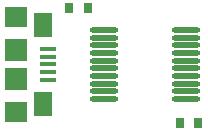
<source format=gtp>
G04*
G04 #@! TF.GenerationSoftware,Altium Limited,Altium Designer,22.4.2 (48)*
G04*
G04 Layer_Color=8421504*
%FSLAX25Y25*%
%MOIN*%
G70*
G04*
G04 #@! TF.SameCoordinates,F7E3B1D8-2F66-413B-9CB6-F982D94F727F*
G04*
G04*
G04 #@! TF.FilePolarity,Positive*
G04*
G01*
G75*
%ADD14R,0.03150X0.03740*%
%ADD15O,0.09449X0.01772*%
%ADD16R,0.07480X0.07480*%
%ADD17R,0.05315X0.01575*%
%ADD18R,0.06299X0.08268*%
%ADD19R,0.07480X0.07087*%
D14*
X66535Y17815D02*
D03*
X60630D02*
D03*
X23622Y56102D02*
D03*
X29724D02*
D03*
D15*
X35039Y48917D02*
D03*
Y46358D02*
D03*
Y43799D02*
D03*
Y41240D02*
D03*
Y38681D02*
D03*
Y36122D02*
D03*
Y33563D02*
D03*
Y31004D02*
D03*
Y28445D02*
D03*
Y25886D02*
D03*
X62598Y48917D02*
D03*
Y46358D02*
D03*
Y43799D02*
D03*
Y41240D02*
D03*
Y38681D02*
D03*
Y36122D02*
D03*
Y33563D02*
D03*
Y31004D02*
D03*
Y28445D02*
D03*
Y25886D02*
D03*
D16*
X5906Y32677D02*
D03*
Y42126D02*
D03*
D17*
X16535Y42520D02*
D03*
Y37402D02*
D03*
Y34843D02*
D03*
Y32283D02*
D03*
Y39961D02*
D03*
D18*
X14764Y50591D02*
D03*
Y24213D02*
D03*
D19*
X5906Y53150D02*
D03*
Y21654D02*
D03*
M02*

</source>
